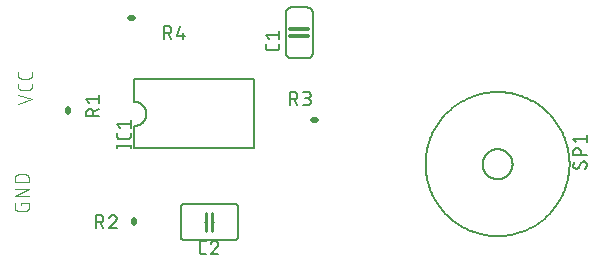
<source format=gto>
G04 EAGLE Gerber RS-274X export*
G75*
%MOMM*%
%FSLAX34Y34*%
%LPD*%
%INSilkscreen Top*%
%IPPOS*%
%AMOC8*
5,1,8,0,0,1.08239X$1,22.5*%
G01*
%ADD10C,0.101600*%
%ADD11C,0.152400*%
%ADD12C,0.304800*%
%ADD13C,0.127000*%
%ADD14C,0.254000*%
%ADD15C,0.508000*%


D10*
X13208Y163228D02*
X24892Y167123D01*
X13208Y171018D01*
X24892Y177871D02*
X24892Y180467D01*
X24892Y177871D02*
X24890Y177772D01*
X24884Y177672D01*
X24875Y177573D01*
X24862Y177475D01*
X24845Y177377D01*
X24824Y177279D01*
X24799Y177183D01*
X24771Y177088D01*
X24739Y176994D01*
X24704Y176901D01*
X24665Y176809D01*
X24622Y176719D01*
X24577Y176631D01*
X24527Y176544D01*
X24475Y176460D01*
X24419Y176377D01*
X24361Y176297D01*
X24299Y176219D01*
X24234Y176144D01*
X24166Y176071D01*
X24096Y176001D01*
X24023Y175933D01*
X23948Y175868D01*
X23870Y175806D01*
X23790Y175748D01*
X23707Y175692D01*
X23623Y175640D01*
X23536Y175590D01*
X23448Y175545D01*
X23358Y175502D01*
X23266Y175463D01*
X23173Y175428D01*
X23079Y175396D01*
X22984Y175368D01*
X22888Y175343D01*
X22790Y175322D01*
X22692Y175305D01*
X22594Y175292D01*
X22495Y175283D01*
X22395Y175277D01*
X22296Y175275D01*
X22296Y175274D02*
X15804Y175274D01*
X15705Y175276D01*
X15605Y175282D01*
X15506Y175291D01*
X15408Y175304D01*
X15310Y175322D01*
X15212Y175342D01*
X15116Y175367D01*
X15020Y175395D01*
X14926Y175427D01*
X14833Y175462D01*
X14742Y175501D01*
X14652Y175544D01*
X14563Y175589D01*
X14477Y175639D01*
X14392Y175691D01*
X14310Y175747D01*
X14230Y175806D01*
X14152Y175867D01*
X14076Y175932D01*
X14003Y176000D01*
X13933Y176070D01*
X13865Y176143D01*
X13800Y176219D01*
X13739Y176297D01*
X13680Y176377D01*
X13624Y176459D01*
X13572Y176544D01*
X13523Y176630D01*
X13477Y176719D01*
X13434Y176809D01*
X13395Y176900D01*
X13360Y176993D01*
X13328Y177087D01*
X13300Y177183D01*
X13275Y177279D01*
X13255Y177377D01*
X13237Y177475D01*
X13224Y177573D01*
X13215Y177672D01*
X13209Y177771D01*
X13207Y177871D01*
X13208Y177871D02*
X13208Y180467D01*
X24892Y187396D02*
X24892Y189992D01*
X24892Y187396D02*
X24890Y187297D01*
X24884Y187197D01*
X24875Y187098D01*
X24862Y187000D01*
X24845Y186902D01*
X24824Y186804D01*
X24799Y186708D01*
X24771Y186613D01*
X24739Y186519D01*
X24704Y186426D01*
X24665Y186334D01*
X24622Y186244D01*
X24577Y186156D01*
X24527Y186069D01*
X24475Y185985D01*
X24419Y185902D01*
X24361Y185822D01*
X24299Y185744D01*
X24234Y185669D01*
X24166Y185596D01*
X24096Y185526D01*
X24023Y185458D01*
X23948Y185393D01*
X23870Y185331D01*
X23790Y185273D01*
X23707Y185217D01*
X23623Y185165D01*
X23536Y185115D01*
X23448Y185070D01*
X23358Y185027D01*
X23266Y184988D01*
X23173Y184953D01*
X23079Y184921D01*
X22984Y184893D01*
X22888Y184868D01*
X22790Y184847D01*
X22692Y184830D01*
X22594Y184817D01*
X22495Y184808D01*
X22395Y184802D01*
X22296Y184800D01*
X22296Y184799D02*
X15804Y184799D01*
X15705Y184801D01*
X15605Y184807D01*
X15506Y184816D01*
X15408Y184829D01*
X15310Y184847D01*
X15212Y184867D01*
X15116Y184892D01*
X15020Y184920D01*
X14926Y184952D01*
X14833Y184987D01*
X14742Y185026D01*
X14652Y185069D01*
X14563Y185114D01*
X14477Y185164D01*
X14392Y185216D01*
X14310Y185272D01*
X14230Y185331D01*
X14152Y185392D01*
X14076Y185457D01*
X14003Y185525D01*
X13933Y185595D01*
X13865Y185668D01*
X13800Y185744D01*
X13739Y185822D01*
X13680Y185902D01*
X13624Y185984D01*
X13572Y186069D01*
X13523Y186155D01*
X13477Y186244D01*
X13434Y186334D01*
X13395Y186425D01*
X13360Y186518D01*
X13328Y186612D01*
X13300Y186708D01*
X13275Y186804D01*
X13255Y186902D01*
X13237Y187000D01*
X13224Y187098D01*
X13215Y187197D01*
X13209Y187296D01*
X13207Y187396D01*
X13208Y187396D02*
X13208Y189992D01*
X15861Y79248D02*
X15861Y77301D01*
X15861Y79248D02*
X22352Y79248D01*
X22352Y75353D01*
X22350Y75254D01*
X22344Y75154D01*
X22335Y75055D01*
X22322Y74957D01*
X22305Y74859D01*
X22284Y74761D01*
X22259Y74665D01*
X22231Y74570D01*
X22199Y74476D01*
X22164Y74383D01*
X22125Y74291D01*
X22082Y74201D01*
X22037Y74113D01*
X21987Y74026D01*
X21935Y73942D01*
X21879Y73859D01*
X21821Y73779D01*
X21759Y73701D01*
X21694Y73626D01*
X21626Y73553D01*
X21556Y73483D01*
X21483Y73415D01*
X21408Y73350D01*
X21330Y73288D01*
X21250Y73230D01*
X21167Y73174D01*
X21083Y73122D01*
X20996Y73072D01*
X20908Y73027D01*
X20818Y72984D01*
X20726Y72945D01*
X20633Y72910D01*
X20539Y72878D01*
X20444Y72850D01*
X20348Y72825D01*
X20250Y72804D01*
X20152Y72787D01*
X20054Y72774D01*
X19955Y72765D01*
X19855Y72759D01*
X19756Y72757D01*
X13264Y72757D01*
X13264Y72756D02*
X13165Y72758D01*
X13065Y72764D01*
X12966Y72773D01*
X12868Y72786D01*
X12770Y72804D01*
X12672Y72824D01*
X12576Y72849D01*
X12480Y72877D01*
X12386Y72909D01*
X12293Y72944D01*
X12202Y72983D01*
X12112Y73026D01*
X12023Y73071D01*
X11937Y73121D01*
X11852Y73173D01*
X11770Y73229D01*
X11690Y73288D01*
X11612Y73349D01*
X11536Y73414D01*
X11463Y73482D01*
X11393Y73552D01*
X11325Y73625D01*
X11260Y73701D01*
X11199Y73779D01*
X11140Y73859D01*
X11084Y73941D01*
X11032Y74026D01*
X10983Y74112D01*
X10937Y74201D01*
X10894Y74291D01*
X10855Y74382D01*
X10820Y74475D01*
X10788Y74569D01*
X10760Y74665D01*
X10735Y74761D01*
X10715Y74859D01*
X10697Y74957D01*
X10684Y75055D01*
X10675Y75154D01*
X10669Y75253D01*
X10667Y75353D01*
X10668Y75353D02*
X10668Y79248D01*
X10668Y84949D02*
X22352Y84949D01*
X22352Y91440D02*
X10668Y84949D01*
X10668Y91440D02*
X22352Y91440D01*
X22352Y97141D02*
X10668Y97141D01*
X10668Y100386D01*
X10670Y100499D01*
X10676Y100612D01*
X10686Y100725D01*
X10700Y100838D01*
X10717Y100950D01*
X10739Y101061D01*
X10764Y101171D01*
X10794Y101281D01*
X10827Y101389D01*
X10864Y101496D01*
X10904Y101602D01*
X10949Y101706D01*
X10997Y101809D01*
X11048Y101910D01*
X11103Y102009D01*
X11161Y102106D01*
X11223Y102201D01*
X11288Y102294D01*
X11356Y102384D01*
X11427Y102472D01*
X11502Y102558D01*
X11579Y102641D01*
X11659Y102721D01*
X11742Y102798D01*
X11828Y102873D01*
X11916Y102944D01*
X12006Y103012D01*
X12099Y103077D01*
X12194Y103139D01*
X12291Y103197D01*
X12390Y103252D01*
X12491Y103303D01*
X12594Y103351D01*
X12698Y103396D01*
X12804Y103436D01*
X12911Y103473D01*
X13019Y103506D01*
X13129Y103536D01*
X13239Y103561D01*
X13350Y103583D01*
X13462Y103600D01*
X13575Y103614D01*
X13688Y103624D01*
X13801Y103630D01*
X13914Y103632D01*
X19106Y103632D01*
X19219Y103630D01*
X19332Y103624D01*
X19445Y103614D01*
X19558Y103600D01*
X19670Y103583D01*
X19781Y103561D01*
X19891Y103536D01*
X20001Y103506D01*
X20109Y103473D01*
X20216Y103436D01*
X20322Y103396D01*
X20426Y103351D01*
X20529Y103303D01*
X20630Y103252D01*
X20729Y103197D01*
X20826Y103139D01*
X20921Y103077D01*
X21014Y103012D01*
X21104Y102944D01*
X21192Y102873D01*
X21278Y102798D01*
X21361Y102721D01*
X21441Y102641D01*
X21518Y102558D01*
X21593Y102472D01*
X21664Y102384D01*
X21732Y102294D01*
X21797Y102201D01*
X21859Y102106D01*
X21917Y102009D01*
X21972Y101910D01*
X22023Y101809D01*
X22071Y101706D01*
X22116Y101602D01*
X22156Y101496D01*
X22193Y101389D01*
X22226Y101281D01*
X22256Y101171D01*
X22281Y101061D01*
X22303Y100950D01*
X22320Y100838D01*
X22334Y100725D01*
X22344Y100612D01*
X22350Y100499D01*
X22352Y100386D01*
X22352Y97141D01*
D11*
X245110Y201930D02*
X257810Y201930D01*
X245110Y201930D02*
X244970Y201932D01*
X244830Y201938D01*
X244690Y201947D01*
X244551Y201961D01*
X244412Y201978D01*
X244274Y201999D01*
X244136Y202024D01*
X243999Y202053D01*
X243863Y202085D01*
X243728Y202122D01*
X243594Y202162D01*
X243461Y202205D01*
X243329Y202253D01*
X243198Y202303D01*
X243069Y202358D01*
X242942Y202416D01*
X242816Y202477D01*
X242692Y202542D01*
X242570Y202611D01*
X242450Y202682D01*
X242332Y202757D01*
X242215Y202835D01*
X242101Y202917D01*
X241990Y203001D01*
X241881Y203089D01*
X241774Y203179D01*
X241669Y203273D01*
X241568Y203369D01*
X241469Y203468D01*
X241373Y203569D01*
X241279Y203674D01*
X241189Y203781D01*
X241101Y203890D01*
X241017Y204001D01*
X240935Y204115D01*
X240857Y204232D01*
X240782Y204350D01*
X240711Y204470D01*
X240642Y204592D01*
X240577Y204716D01*
X240516Y204842D01*
X240458Y204969D01*
X240403Y205098D01*
X240353Y205229D01*
X240305Y205361D01*
X240262Y205494D01*
X240222Y205628D01*
X240185Y205763D01*
X240153Y205899D01*
X240124Y206036D01*
X240099Y206174D01*
X240078Y206312D01*
X240061Y206451D01*
X240047Y206590D01*
X240038Y206730D01*
X240032Y206870D01*
X240030Y207010D01*
X257810Y201930D02*
X257950Y201932D01*
X258090Y201938D01*
X258230Y201947D01*
X258369Y201961D01*
X258508Y201978D01*
X258646Y201999D01*
X258784Y202024D01*
X258921Y202053D01*
X259057Y202085D01*
X259192Y202122D01*
X259326Y202162D01*
X259459Y202205D01*
X259591Y202253D01*
X259722Y202303D01*
X259851Y202358D01*
X259978Y202416D01*
X260104Y202477D01*
X260228Y202542D01*
X260350Y202611D01*
X260470Y202682D01*
X260588Y202757D01*
X260705Y202835D01*
X260819Y202917D01*
X260930Y203001D01*
X261039Y203089D01*
X261146Y203179D01*
X261251Y203273D01*
X261352Y203369D01*
X261451Y203468D01*
X261547Y203569D01*
X261641Y203674D01*
X261731Y203781D01*
X261819Y203890D01*
X261903Y204001D01*
X261985Y204115D01*
X262063Y204232D01*
X262138Y204350D01*
X262209Y204470D01*
X262278Y204592D01*
X262343Y204716D01*
X262404Y204842D01*
X262462Y204969D01*
X262517Y205098D01*
X262567Y205229D01*
X262615Y205361D01*
X262658Y205494D01*
X262698Y205628D01*
X262735Y205763D01*
X262767Y205899D01*
X262796Y206036D01*
X262821Y206174D01*
X262842Y206312D01*
X262859Y206451D01*
X262873Y206590D01*
X262882Y206730D01*
X262888Y206870D01*
X262890Y207010D01*
X240030Y207010D02*
X240030Y240030D01*
X245110Y245110D02*
X257810Y245110D01*
X262890Y240030D02*
X262890Y207010D01*
X240030Y240030D02*
X240032Y240170D01*
X240038Y240310D01*
X240047Y240450D01*
X240061Y240589D01*
X240078Y240728D01*
X240099Y240866D01*
X240124Y241004D01*
X240153Y241141D01*
X240185Y241277D01*
X240222Y241412D01*
X240262Y241546D01*
X240305Y241679D01*
X240353Y241811D01*
X240403Y241942D01*
X240458Y242071D01*
X240516Y242198D01*
X240577Y242324D01*
X240642Y242448D01*
X240711Y242570D01*
X240782Y242690D01*
X240857Y242808D01*
X240935Y242925D01*
X241017Y243039D01*
X241101Y243150D01*
X241189Y243259D01*
X241279Y243366D01*
X241373Y243471D01*
X241469Y243572D01*
X241568Y243671D01*
X241669Y243767D01*
X241774Y243861D01*
X241881Y243951D01*
X241990Y244039D01*
X242101Y244123D01*
X242215Y244205D01*
X242332Y244283D01*
X242450Y244358D01*
X242570Y244429D01*
X242692Y244498D01*
X242816Y244563D01*
X242942Y244624D01*
X243069Y244682D01*
X243198Y244737D01*
X243329Y244787D01*
X243461Y244835D01*
X243594Y244878D01*
X243728Y244918D01*
X243863Y244955D01*
X243999Y244987D01*
X244136Y245016D01*
X244274Y245041D01*
X244412Y245062D01*
X244551Y245079D01*
X244690Y245093D01*
X244830Y245102D01*
X244970Y245108D01*
X245110Y245110D01*
X257810Y245110D02*
X257950Y245108D01*
X258090Y245102D01*
X258230Y245093D01*
X258369Y245079D01*
X258508Y245062D01*
X258646Y245041D01*
X258784Y245016D01*
X258921Y244987D01*
X259057Y244955D01*
X259192Y244918D01*
X259326Y244878D01*
X259459Y244835D01*
X259591Y244787D01*
X259722Y244737D01*
X259851Y244682D01*
X259978Y244624D01*
X260104Y244563D01*
X260228Y244498D01*
X260350Y244429D01*
X260470Y244358D01*
X260588Y244283D01*
X260705Y244205D01*
X260819Y244123D01*
X260930Y244039D01*
X261039Y243951D01*
X261146Y243861D01*
X261251Y243767D01*
X261352Y243671D01*
X261451Y243572D01*
X261547Y243471D01*
X261641Y243366D01*
X261731Y243259D01*
X261819Y243150D01*
X261903Y243039D01*
X261985Y242925D01*
X262063Y242808D01*
X262138Y242690D01*
X262209Y242570D01*
X262278Y242448D01*
X262343Y242324D01*
X262404Y242198D01*
X262462Y242071D01*
X262517Y241942D01*
X262567Y241811D01*
X262615Y241679D01*
X262658Y241546D01*
X262698Y241412D01*
X262735Y241277D01*
X262767Y241141D01*
X262796Y241004D01*
X262821Y240866D01*
X262842Y240728D01*
X262859Y240589D01*
X262873Y240450D01*
X262882Y240310D01*
X262888Y240170D01*
X262890Y240030D01*
D12*
X259080Y220472D02*
X243840Y220472D01*
X243840Y226822D02*
X259080Y226822D01*
D13*
X234315Y213995D02*
X234315Y211455D01*
X234313Y211355D01*
X234307Y211256D01*
X234297Y211156D01*
X234284Y211058D01*
X234266Y210959D01*
X234245Y210862D01*
X234220Y210766D01*
X234191Y210670D01*
X234158Y210576D01*
X234122Y210483D01*
X234082Y210392D01*
X234038Y210302D01*
X233991Y210214D01*
X233941Y210128D01*
X233887Y210044D01*
X233830Y209962D01*
X233770Y209883D01*
X233706Y209805D01*
X233640Y209731D01*
X233571Y209659D01*
X233499Y209590D01*
X233425Y209524D01*
X233347Y209460D01*
X233268Y209400D01*
X233186Y209343D01*
X233102Y209289D01*
X233016Y209239D01*
X232928Y209192D01*
X232838Y209148D01*
X232747Y209108D01*
X232654Y209072D01*
X232560Y209039D01*
X232464Y209010D01*
X232368Y208985D01*
X232271Y208964D01*
X232172Y208946D01*
X232074Y208933D01*
X231974Y208923D01*
X231875Y208917D01*
X231775Y208915D01*
X225425Y208915D01*
X225325Y208917D01*
X225226Y208923D01*
X225126Y208933D01*
X225028Y208946D01*
X224929Y208964D01*
X224832Y208985D01*
X224736Y209010D01*
X224640Y209039D01*
X224546Y209072D01*
X224453Y209108D01*
X224362Y209148D01*
X224272Y209192D01*
X224184Y209239D01*
X224098Y209289D01*
X224014Y209343D01*
X223932Y209400D01*
X223853Y209460D01*
X223775Y209524D01*
X223701Y209590D01*
X223629Y209659D01*
X223560Y209731D01*
X223494Y209805D01*
X223430Y209883D01*
X223370Y209962D01*
X223313Y210044D01*
X223259Y210128D01*
X223209Y210214D01*
X223162Y210302D01*
X223118Y210392D01*
X223078Y210483D01*
X223042Y210576D01*
X223009Y210670D01*
X222980Y210766D01*
X222955Y210862D01*
X222934Y210959D01*
X222916Y211058D01*
X222903Y211156D01*
X222893Y211256D01*
X222887Y211355D01*
X222885Y211455D01*
X222885Y213995D01*
X225425Y218477D02*
X222885Y221652D01*
X234315Y221652D01*
X234315Y218477D02*
X234315Y224827D01*
D11*
X196850Y78740D02*
X153670Y78740D01*
X153670Y48260D02*
X196850Y48260D01*
X199390Y50800D02*
X199390Y76200D01*
X151130Y76200D02*
X151130Y50800D01*
X196850Y78740D02*
X196950Y78738D01*
X197049Y78732D01*
X197149Y78722D01*
X197247Y78709D01*
X197346Y78691D01*
X197443Y78670D01*
X197539Y78645D01*
X197635Y78616D01*
X197729Y78583D01*
X197822Y78547D01*
X197913Y78507D01*
X198003Y78463D01*
X198091Y78416D01*
X198177Y78366D01*
X198261Y78312D01*
X198343Y78255D01*
X198422Y78195D01*
X198500Y78131D01*
X198574Y78065D01*
X198646Y77996D01*
X198715Y77924D01*
X198781Y77850D01*
X198845Y77772D01*
X198905Y77693D01*
X198962Y77611D01*
X199016Y77527D01*
X199066Y77441D01*
X199113Y77353D01*
X199157Y77263D01*
X199197Y77172D01*
X199233Y77079D01*
X199266Y76985D01*
X199295Y76889D01*
X199320Y76793D01*
X199341Y76696D01*
X199359Y76597D01*
X199372Y76499D01*
X199382Y76399D01*
X199388Y76300D01*
X199390Y76200D01*
X153670Y78740D02*
X153570Y78738D01*
X153471Y78732D01*
X153371Y78722D01*
X153273Y78709D01*
X153174Y78691D01*
X153077Y78670D01*
X152981Y78645D01*
X152885Y78616D01*
X152791Y78583D01*
X152698Y78547D01*
X152607Y78507D01*
X152517Y78463D01*
X152429Y78416D01*
X152343Y78366D01*
X152259Y78312D01*
X152177Y78255D01*
X152098Y78195D01*
X152020Y78131D01*
X151946Y78065D01*
X151874Y77996D01*
X151805Y77924D01*
X151739Y77850D01*
X151675Y77772D01*
X151615Y77693D01*
X151558Y77611D01*
X151504Y77527D01*
X151454Y77441D01*
X151407Y77353D01*
X151363Y77263D01*
X151323Y77172D01*
X151287Y77079D01*
X151254Y76985D01*
X151225Y76889D01*
X151200Y76793D01*
X151179Y76696D01*
X151161Y76597D01*
X151148Y76499D01*
X151138Y76399D01*
X151132Y76300D01*
X151130Y76200D01*
X196850Y48260D02*
X196950Y48262D01*
X197049Y48268D01*
X197149Y48278D01*
X197247Y48291D01*
X197346Y48309D01*
X197443Y48330D01*
X197539Y48355D01*
X197635Y48384D01*
X197729Y48417D01*
X197822Y48453D01*
X197913Y48493D01*
X198003Y48537D01*
X198091Y48584D01*
X198177Y48634D01*
X198261Y48688D01*
X198343Y48745D01*
X198422Y48805D01*
X198500Y48869D01*
X198574Y48935D01*
X198646Y49004D01*
X198715Y49076D01*
X198781Y49150D01*
X198845Y49228D01*
X198905Y49307D01*
X198962Y49389D01*
X199016Y49473D01*
X199066Y49559D01*
X199113Y49647D01*
X199157Y49737D01*
X199197Y49828D01*
X199233Y49921D01*
X199266Y50015D01*
X199295Y50111D01*
X199320Y50207D01*
X199341Y50304D01*
X199359Y50403D01*
X199372Y50501D01*
X199382Y50601D01*
X199388Y50700D01*
X199390Y50800D01*
X153670Y48260D02*
X153570Y48262D01*
X153471Y48268D01*
X153371Y48278D01*
X153273Y48291D01*
X153174Y48309D01*
X153077Y48330D01*
X152981Y48355D01*
X152885Y48384D01*
X152791Y48417D01*
X152698Y48453D01*
X152607Y48493D01*
X152517Y48537D01*
X152429Y48584D01*
X152343Y48634D01*
X152259Y48688D01*
X152177Y48745D01*
X152098Y48805D01*
X152020Y48869D01*
X151946Y48935D01*
X151874Y49004D01*
X151805Y49076D01*
X151739Y49150D01*
X151675Y49228D01*
X151615Y49307D01*
X151558Y49389D01*
X151504Y49473D01*
X151454Y49559D01*
X151407Y49647D01*
X151363Y49737D01*
X151323Y49828D01*
X151287Y49921D01*
X151254Y50015D01*
X151225Y50111D01*
X151200Y50207D01*
X151179Y50304D01*
X151161Y50403D01*
X151148Y50501D01*
X151138Y50601D01*
X151132Y50700D01*
X151130Y50800D01*
X177800Y63500D02*
X179070Y63500D01*
D14*
X177800Y63500D02*
X177800Y71120D01*
X177800Y63500D02*
X177800Y55880D01*
X172720Y63500D02*
X172720Y71120D01*
X172720Y63500D02*
X172720Y55880D01*
D11*
X172720Y63500D02*
X171450Y63500D01*
D13*
X172085Y36195D02*
X169545Y36195D01*
X169445Y36197D01*
X169346Y36203D01*
X169246Y36213D01*
X169148Y36226D01*
X169049Y36244D01*
X168952Y36265D01*
X168856Y36290D01*
X168760Y36319D01*
X168666Y36352D01*
X168573Y36388D01*
X168482Y36428D01*
X168392Y36472D01*
X168304Y36519D01*
X168218Y36569D01*
X168134Y36623D01*
X168052Y36680D01*
X167973Y36740D01*
X167895Y36804D01*
X167821Y36870D01*
X167749Y36939D01*
X167680Y37011D01*
X167614Y37085D01*
X167550Y37163D01*
X167490Y37242D01*
X167433Y37324D01*
X167379Y37408D01*
X167329Y37494D01*
X167282Y37582D01*
X167238Y37672D01*
X167198Y37763D01*
X167162Y37856D01*
X167129Y37950D01*
X167100Y38046D01*
X167075Y38142D01*
X167054Y38239D01*
X167036Y38338D01*
X167023Y38436D01*
X167013Y38536D01*
X167007Y38635D01*
X167005Y38735D01*
X167005Y45085D01*
X167007Y45185D01*
X167013Y45284D01*
X167023Y45384D01*
X167036Y45482D01*
X167054Y45581D01*
X167075Y45678D01*
X167100Y45774D01*
X167129Y45870D01*
X167162Y45964D01*
X167198Y46057D01*
X167238Y46148D01*
X167282Y46238D01*
X167329Y46326D01*
X167379Y46412D01*
X167433Y46496D01*
X167490Y46578D01*
X167550Y46657D01*
X167614Y46735D01*
X167680Y46809D01*
X167749Y46881D01*
X167821Y46950D01*
X167895Y47016D01*
X167973Y47080D01*
X168052Y47140D01*
X168134Y47197D01*
X168218Y47251D01*
X168304Y47301D01*
X168392Y47348D01*
X168482Y47392D01*
X168573Y47432D01*
X168666Y47468D01*
X168760Y47501D01*
X168856Y47530D01*
X168952Y47555D01*
X169049Y47576D01*
X169148Y47594D01*
X169246Y47607D01*
X169346Y47617D01*
X169445Y47623D01*
X169545Y47625D01*
X172085Y47625D01*
X180060Y47626D02*
X180164Y47624D01*
X180269Y47618D01*
X180373Y47609D01*
X180476Y47596D01*
X180579Y47578D01*
X180681Y47558D01*
X180783Y47533D01*
X180883Y47505D01*
X180983Y47473D01*
X181081Y47437D01*
X181178Y47398D01*
X181273Y47356D01*
X181367Y47310D01*
X181459Y47260D01*
X181549Y47208D01*
X181637Y47152D01*
X181723Y47092D01*
X181807Y47030D01*
X181888Y46965D01*
X181967Y46897D01*
X182044Y46825D01*
X182117Y46752D01*
X182189Y46675D01*
X182257Y46596D01*
X182322Y46515D01*
X182384Y46431D01*
X182444Y46345D01*
X182500Y46257D01*
X182552Y46167D01*
X182602Y46075D01*
X182648Y45981D01*
X182690Y45886D01*
X182729Y45789D01*
X182765Y45691D01*
X182797Y45591D01*
X182825Y45491D01*
X182850Y45389D01*
X182870Y45287D01*
X182888Y45184D01*
X182901Y45081D01*
X182910Y44977D01*
X182916Y44872D01*
X182918Y44768D01*
X180060Y47625D02*
X179942Y47623D01*
X179823Y47617D01*
X179705Y47608D01*
X179588Y47595D01*
X179471Y47577D01*
X179354Y47557D01*
X179238Y47532D01*
X179123Y47504D01*
X179010Y47471D01*
X178897Y47436D01*
X178785Y47396D01*
X178675Y47354D01*
X178566Y47307D01*
X178458Y47257D01*
X178353Y47204D01*
X178249Y47147D01*
X178147Y47087D01*
X178047Y47024D01*
X177949Y46957D01*
X177853Y46888D01*
X177760Y46815D01*
X177669Y46739D01*
X177580Y46661D01*
X177494Y46579D01*
X177411Y46495D01*
X177330Y46409D01*
X177253Y46319D01*
X177178Y46228D01*
X177106Y46134D01*
X177037Y46037D01*
X176972Y45939D01*
X176909Y45838D01*
X176850Y45735D01*
X176794Y45631D01*
X176742Y45525D01*
X176693Y45417D01*
X176648Y45308D01*
X176606Y45197D01*
X176568Y45085D01*
X181965Y42546D02*
X182041Y42621D01*
X182116Y42700D01*
X182187Y42781D01*
X182256Y42865D01*
X182321Y42951D01*
X182383Y43039D01*
X182443Y43129D01*
X182499Y43221D01*
X182552Y43316D01*
X182601Y43412D01*
X182647Y43510D01*
X182690Y43609D01*
X182729Y43710D01*
X182764Y43812D01*
X182796Y43915D01*
X182824Y44019D01*
X182849Y44124D01*
X182870Y44231D01*
X182887Y44337D01*
X182900Y44444D01*
X182909Y44552D01*
X182915Y44660D01*
X182917Y44768D01*
X181965Y42545D02*
X176567Y36195D01*
X182917Y36195D01*
D11*
X213360Y184150D02*
X111760Y184150D01*
X111760Y125730D02*
X213360Y125730D01*
X213360Y184150D01*
X111760Y184150D02*
X111760Y165100D01*
X111760Y144780D02*
X111760Y125730D01*
X111760Y144780D02*
X112007Y144783D01*
X112255Y144792D01*
X112502Y144807D01*
X112748Y144828D01*
X112994Y144855D01*
X113239Y144888D01*
X113484Y144927D01*
X113727Y144972D01*
X113969Y145023D01*
X114210Y145080D01*
X114449Y145142D01*
X114687Y145211D01*
X114923Y145285D01*
X115157Y145365D01*
X115389Y145450D01*
X115619Y145542D01*
X115847Y145638D01*
X116072Y145741D01*
X116295Y145848D01*
X116515Y145962D01*
X116732Y146080D01*
X116947Y146204D01*
X117158Y146333D01*
X117366Y146467D01*
X117571Y146606D01*
X117772Y146750D01*
X117970Y146898D01*
X118164Y147052D01*
X118354Y147210D01*
X118540Y147373D01*
X118722Y147540D01*
X118900Y147712D01*
X119074Y147888D01*
X119244Y148068D01*
X119409Y148253D01*
X119569Y148441D01*
X119725Y148633D01*
X119877Y148829D01*
X120023Y149028D01*
X120165Y149231D01*
X120301Y149438D01*
X120433Y149647D01*
X120559Y149860D01*
X120680Y150076D01*
X120796Y150294D01*
X120906Y150516D01*
X121011Y150740D01*
X121111Y150966D01*
X121205Y151195D01*
X121293Y151426D01*
X121376Y151660D01*
X121453Y151895D01*
X121524Y152132D01*
X121590Y152370D01*
X121649Y152610D01*
X121703Y152852D01*
X121751Y153095D01*
X121793Y153338D01*
X121829Y153583D01*
X121859Y153829D01*
X121883Y154075D01*
X121901Y154322D01*
X121913Y154569D01*
X121919Y154816D01*
X121919Y155064D01*
X121913Y155311D01*
X121901Y155558D01*
X121883Y155805D01*
X121859Y156051D01*
X121829Y156297D01*
X121793Y156542D01*
X121751Y156785D01*
X121703Y157028D01*
X121649Y157270D01*
X121590Y157510D01*
X121524Y157748D01*
X121453Y157985D01*
X121376Y158220D01*
X121293Y158454D01*
X121205Y158685D01*
X121111Y158914D01*
X121011Y159140D01*
X120906Y159364D01*
X120796Y159586D01*
X120680Y159804D01*
X120559Y160020D01*
X120433Y160233D01*
X120301Y160442D01*
X120165Y160649D01*
X120023Y160852D01*
X119877Y161051D01*
X119725Y161247D01*
X119569Y161439D01*
X119409Y161627D01*
X119244Y161812D01*
X119074Y161992D01*
X118900Y162168D01*
X118722Y162340D01*
X118540Y162507D01*
X118354Y162670D01*
X118164Y162828D01*
X117970Y162982D01*
X117772Y163130D01*
X117571Y163274D01*
X117366Y163413D01*
X117158Y163547D01*
X116947Y163676D01*
X116732Y163800D01*
X116515Y163918D01*
X116295Y164032D01*
X116072Y164139D01*
X115847Y164242D01*
X115619Y164338D01*
X115389Y164430D01*
X115157Y164515D01*
X114923Y164595D01*
X114687Y164669D01*
X114449Y164738D01*
X114210Y164800D01*
X113969Y164857D01*
X113727Y164908D01*
X113484Y164953D01*
X113239Y164992D01*
X112994Y165025D01*
X112748Y165052D01*
X112502Y165073D01*
X112255Y165088D01*
X112007Y165097D01*
X111760Y165100D01*
D13*
X108585Y127635D02*
X97155Y127635D01*
X108585Y126365D02*
X108585Y128905D01*
X97155Y128905D02*
X97155Y126365D01*
X108585Y136107D02*
X108585Y138647D01*
X108585Y136107D02*
X108583Y136007D01*
X108577Y135908D01*
X108567Y135808D01*
X108554Y135710D01*
X108536Y135611D01*
X108515Y135514D01*
X108490Y135418D01*
X108461Y135322D01*
X108428Y135228D01*
X108392Y135135D01*
X108352Y135044D01*
X108308Y134954D01*
X108261Y134866D01*
X108211Y134780D01*
X108157Y134696D01*
X108100Y134614D01*
X108040Y134535D01*
X107976Y134457D01*
X107910Y134383D01*
X107841Y134311D01*
X107769Y134242D01*
X107695Y134176D01*
X107617Y134112D01*
X107538Y134052D01*
X107456Y133995D01*
X107372Y133941D01*
X107286Y133891D01*
X107198Y133844D01*
X107108Y133800D01*
X107017Y133760D01*
X106924Y133724D01*
X106830Y133691D01*
X106734Y133662D01*
X106638Y133637D01*
X106541Y133616D01*
X106442Y133598D01*
X106344Y133585D01*
X106244Y133575D01*
X106145Y133569D01*
X106045Y133567D01*
X99695Y133567D01*
X99595Y133569D01*
X99496Y133575D01*
X99396Y133585D01*
X99298Y133598D01*
X99199Y133616D01*
X99102Y133637D01*
X99006Y133662D01*
X98910Y133691D01*
X98816Y133724D01*
X98723Y133760D01*
X98632Y133800D01*
X98542Y133844D01*
X98454Y133891D01*
X98368Y133941D01*
X98284Y133995D01*
X98202Y134052D01*
X98123Y134112D01*
X98045Y134176D01*
X97971Y134242D01*
X97899Y134311D01*
X97830Y134383D01*
X97764Y134457D01*
X97700Y134535D01*
X97640Y134614D01*
X97583Y134696D01*
X97529Y134780D01*
X97479Y134866D01*
X97432Y134954D01*
X97388Y135044D01*
X97348Y135135D01*
X97312Y135228D01*
X97279Y135322D01*
X97250Y135418D01*
X97225Y135514D01*
X97204Y135611D01*
X97186Y135710D01*
X97173Y135808D01*
X97163Y135908D01*
X97157Y136007D01*
X97155Y136107D01*
X97155Y138647D01*
X99695Y143129D02*
X97155Y146304D01*
X108585Y146304D01*
X108585Y143129D02*
X108585Y149479D01*
D15*
X55880Y156210D02*
X55880Y158750D01*
D11*
X70866Y152887D02*
X82042Y152887D01*
X70866Y152887D02*
X70866Y155992D01*
X70868Y156103D01*
X70874Y156213D01*
X70884Y156324D01*
X70898Y156434D01*
X70915Y156543D01*
X70937Y156652D01*
X70962Y156760D01*
X70992Y156866D01*
X71025Y156972D01*
X71062Y157077D01*
X71102Y157180D01*
X71147Y157281D01*
X71194Y157381D01*
X71246Y157480D01*
X71301Y157576D01*
X71359Y157670D01*
X71420Y157762D01*
X71485Y157852D01*
X71553Y157940D01*
X71624Y158025D01*
X71698Y158107D01*
X71775Y158187D01*
X71855Y158264D01*
X71937Y158338D01*
X72022Y158409D01*
X72110Y158477D01*
X72200Y158542D01*
X72292Y158603D01*
X72386Y158661D01*
X72482Y158716D01*
X72581Y158768D01*
X72681Y158815D01*
X72782Y158860D01*
X72885Y158900D01*
X72990Y158937D01*
X73096Y158970D01*
X73202Y159000D01*
X73310Y159025D01*
X73419Y159047D01*
X73528Y159064D01*
X73638Y159078D01*
X73749Y159088D01*
X73859Y159094D01*
X73970Y159096D01*
X74081Y159094D01*
X74191Y159088D01*
X74302Y159078D01*
X74412Y159064D01*
X74521Y159047D01*
X74630Y159025D01*
X74738Y159000D01*
X74844Y158970D01*
X74950Y158937D01*
X75055Y158900D01*
X75158Y158860D01*
X75259Y158815D01*
X75359Y158768D01*
X75458Y158716D01*
X75554Y158661D01*
X75648Y158603D01*
X75740Y158542D01*
X75830Y158477D01*
X75918Y158409D01*
X76003Y158338D01*
X76085Y158264D01*
X76165Y158187D01*
X76242Y158107D01*
X76316Y158025D01*
X76387Y157940D01*
X76455Y157852D01*
X76520Y157762D01*
X76581Y157670D01*
X76639Y157576D01*
X76694Y157480D01*
X76746Y157381D01*
X76793Y157281D01*
X76838Y157180D01*
X76878Y157077D01*
X76915Y156972D01*
X76948Y156866D01*
X76978Y156760D01*
X77003Y156652D01*
X77025Y156543D01*
X77042Y156434D01*
X77056Y156324D01*
X77066Y156213D01*
X77072Y156103D01*
X77074Y155992D01*
X77075Y155992D02*
X77075Y152887D01*
X77075Y156612D02*
X82042Y159096D01*
X73350Y164225D02*
X70866Y167330D01*
X82042Y167330D01*
X82042Y170434D02*
X82042Y164225D01*
D15*
X111760Y64770D02*
X111760Y62230D01*
D11*
X79227Y58166D02*
X79227Y69342D01*
X82332Y69342D01*
X82443Y69340D01*
X82553Y69334D01*
X82664Y69324D01*
X82774Y69310D01*
X82883Y69293D01*
X82992Y69271D01*
X83100Y69246D01*
X83206Y69216D01*
X83312Y69183D01*
X83417Y69146D01*
X83520Y69106D01*
X83621Y69061D01*
X83721Y69014D01*
X83820Y68962D01*
X83916Y68907D01*
X84010Y68849D01*
X84102Y68788D01*
X84192Y68723D01*
X84280Y68655D01*
X84365Y68584D01*
X84447Y68510D01*
X84527Y68433D01*
X84604Y68353D01*
X84678Y68271D01*
X84749Y68186D01*
X84817Y68098D01*
X84882Y68008D01*
X84943Y67916D01*
X85001Y67822D01*
X85056Y67726D01*
X85108Y67627D01*
X85155Y67527D01*
X85200Y67426D01*
X85240Y67323D01*
X85277Y67218D01*
X85310Y67112D01*
X85340Y67006D01*
X85365Y66898D01*
X85387Y66789D01*
X85404Y66680D01*
X85418Y66570D01*
X85428Y66459D01*
X85434Y66349D01*
X85436Y66238D01*
X85434Y66127D01*
X85428Y66017D01*
X85418Y65906D01*
X85404Y65796D01*
X85387Y65687D01*
X85365Y65578D01*
X85340Y65470D01*
X85310Y65364D01*
X85277Y65258D01*
X85240Y65153D01*
X85200Y65050D01*
X85155Y64949D01*
X85108Y64849D01*
X85056Y64750D01*
X85001Y64654D01*
X84943Y64560D01*
X84882Y64468D01*
X84817Y64378D01*
X84749Y64290D01*
X84678Y64205D01*
X84604Y64123D01*
X84527Y64043D01*
X84447Y63966D01*
X84365Y63892D01*
X84280Y63821D01*
X84192Y63753D01*
X84102Y63688D01*
X84010Y63627D01*
X83916Y63569D01*
X83820Y63514D01*
X83721Y63462D01*
X83621Y63415D01*
X83520Y63370D01*
X83417Y63330D01*
X83312Y63293D01*
X83206Y63260D01*
X83100Y63230D01*
X82992Y63205D01*
X82883Y63183D01*
X82774Y63166D01*
X82664Y63152D01*
X82553Y63142D01*
X82443Y63136D01*
X82332Y63134D01*
X82332Y63133D02*
X79227Y63133D01*
X82952Y63133D02*
X85436Y58166D01*
X93980Y69342D02*
X94084Y69340D01*
X94189Y69334D01*
X94293Y69324D01*
X94396Y69311D01*
X94499Y69293D01*
X94602Y69272D01*
X94703Y69247D01*
X94804Y69218D01*
X94903Y69185D01*
X95001Y69149D01*
X95097Y69109D01*
X95192Y69065D01*
X95286Y69018D01*
X95377Y68968D01*
X95466Y68914D01*
X95554Y68857D01*
X95639Y68796D01*
X95722Y68732D01*
X95802Y68666D01*
X95880Y68596D01*
X95956Y68524D01*
X96028Y68448D01*
X96098Y68370D01*
X96164Y68290D01*
X96228Y68207D01*
X96289Y68122D01*
X96346Y68034D01*
X96400Y67945D01*
X96450Y67854D01*
X96497Y67760D01*
X96541Y67665D01*
X96581Y67569D01*
X96617Y67471D01*
X96650Y67372D01*
X96679Y67271D01*
X96704Y67170D01*
X96725Y67067D01*
X96743Y66964D01*
X96756Y66861D01*
X96766Y66757D01*
X96772Y66652D01*
X96774Y66548D01*
X93980Y69343D02*
X93861Y69341D01*
X93743Y69335D01*
X93624Y69325D01*
X93506Y69312D01*
X93389Y69294D01*
X93272Y69272D01*
X93156Y69247D01*
X93041Y69218D01*
X92926Y69185D01*
X92813Y69148D01*
X92702Y69108D01*
X92591Y69064D01*
X92483Y69016D01*
X92376Y68965D01*
X92270Y68910D01*
X92167Y68851D01*
X92065Y68790D01*
X91966Y68725D01*
X91868Y68656D01*
X91774Y68585D01*
X91681Y68510D01*
X91591Y68433D01*
X91504Y68352D01*
X91419Y68269D01*
X91337Y68183D01*
X91258Y68094D01*
X91182Y68003D01*
X91109Y67909D01*
X91040Y67813D01*
X90973Y67714D01*
X90910Y67614D01*
X90850Y67511D01*
X90793Y67407D01*
X90741Y67300D01*
X90691Y67192D01*
X90645Y67083D01*
X90603Y66971D01*
X90565Y66859D01*
X95843Y64375D02*
X95918Y64449D01*
X95990Y64526D01*
X96060Y64605D01*
X96127Y64687D01*
X96191Y64771D01*
X96252Y64857D01*
X96310Y64945D01*
X96365Y65036D01*
X96417Y65128D01*
X96465Y65222D01*
X96510Y65317D01*
X96552Y65415D01*
X96590Y65513D01*
X96625Y65613D01*
X96656Y65714D01*
X96683Y65816D01*
X96707Y65919D01*
X96728Y66022D01*
X96744Y66127D01*
X96757Y66232D01*
X96767Y66337D01*
X96772Y66442D01*
X96774Y66548D01*
X95843Y64375D02*
X90565Y58166D01*
X96774Y58166D01*
D15*
X262890Y149860D02*
X265430Y149860D01*
D11*
X243586Y162306D02*
X243586Y173482D01*
X246690Y173482D01*
X246801Y173480D01*
X246911Y173474D01*
X247022Y173464D01*
X247132Y173450D01*
X247241Y173433D01*
X247350Y173411D01*
X247458Y173386D01*
X247564Y173356D01*
X247670Y173323D01*
X247775Y173286D01*
X247878Y173246D01*
X247979Y173201D01*
X248079Y173154D01*
X248178Y173102D01*
X248274Y173047D01*
X248368Y172989D01*
X248460Y172928D01*
X248550Y172863D01*
X248638Y172795D01*
X248723Y172724D01*
X248805Y172650D01*
X248885Y172573D01*
X248962Y172493D01*
X249036Y172411D01*
X249107Y172326D01*
X249175Y172238D01*
X249240Y172148D01*
X249301Y172056D01*
X249359Y171962D01*
X249414Y171866D01*
X249466Y171767D01*
X249513Y171667D01*
X249558Y171566D01*
X249598Y171463D01*
X249635Y171358D01*
X249668Y171252D01*
X249698Y171146D01*
X249723Y171038D01*
X249745Y170929D01*
X249762Y170820D01*
X249776Y170710D01*
X249786Y170599D01*
X249792Y170489D01*
X249794Y170378D01*
X249792Y170267D01*
X249786Y170157D01*
X249776Y170046D01*
X249762Y169936D01*
X249745Y169827D01*
X249723Y169718D01*
X249698Y169610D01*
X249668Y169504D01*
X249635Y169398D01*
X249598Y169293D01*
X249558Y169190D01*
X249513Y169089D01*
X249466Y168989D01*
X249414Y168890D01*
X249359Y168794D01*
X249301Y168700D01*
X249240Y168608D01*
X249175Y168518D01*
X249107Y168430D01*
X249036Y168345D01*
X248962Y168263D01*
X248885Y168183D01*
X248805Y168106D01*
X248723Y168032D01*
X248638Y167961D01*
X248550Y167893D01*
X248460Y167828D01*
X248368Y167767D01*
X248274Y167709D01*
X248178Y167654D01*
X248079Y167602D01*
X247979Y167555D01*
X247878Y167510D01*
X247775Y167470D01*
X247670Y167433D01*
X247564Y167400D01*
X247458Y167370D01*
X247350Y167345D01*
X247241Y167323D01*
X247132Y167306D01*
X247022Y167292D01*
X246911Y167282D01*
X246801Y167276D01*
X246690Y167274D01*
X246690Y167273D02*
X243586Y167273D01*
X247311Y167273D02*
X249795Y162306D01*
X254924Y162306D02*
X258028Y162306D01*
X258139Y162308D01*
X258249Y162314D01*
X258360Y162324D01*
X258470Y162338D01*
X258579Y162355D01*
X258688Y162377D01*
X258796Y162402D01*
X258902Y162432D01*
X259008Y162465D01*
X259113Y162502D01*
X259216Y162542D01*
X259317Y162587D01*
X259417Y162634D01*
X259516Y162686D01*
X259612Y162741D01*
X259706Y162799D01*
X259798Y162860D01*
X259888Y162925D01*
X259976Y162993D01*
X260061Y163064D01*
X260143Y163138D01*
X260223Y163215D01*
X260300Y163295D01*
X260374Y163377D01*
X260445Y163462D01*
X260513Y163550D01*
X260578Y163640D01*
X260639Y163732D01*
X260697Y163826D01*
X260752Y163922D01*
X260804Y164021D01*
X260851Y164121D01*
X260896Y164222D01*
X260936Y164325D01*
X260973Y164430D01*
X261006Y164536D01*
X261036Y164642D01*
X261061Y164750D01*
X261083Y164859D01*
X261100Y164968D01*
X261114Y165078D01*
X261124Y165189D01*
X261130Y165299D01*
X261132Y165410D01*
X261130Y165521D01*
X261124Y165631D01*
X261114Y165742D01*
X261100Y165852D01*
X261083Y165961D01*
X261061Y166070D01*
X261036Y166178D01*
X261006Y166284D01*
X260973Y166390D01*
X260936Y166495D01*
X260896Y166598D01*
X260851Y166699D01*
X260804Y166799D01*
X260752Y166898D01*
X260697Y166994D01*
X260639Y167088D01*
X260578Y167180D01*
X260513Y167270D01*
X260445Y167358D01*
X260374Y167443D01*
X260300Y167525D01*
X260223Y167605D01*
X260143Y167682D01*
X260061Y167756D01*
X259976Y167827D01*
X259888Y167895D01*
X259798Y167960D01*
X259706Y168021D01*
X259612Y168079D01*
X259516Y168134D01*
X259417Y168186D01*
X259317Y168233D01*
X259216Y168278D01*
X259113Y168318D01*
X259008Y168355D01*
X258902Y168388D01*
X258796Y168418D01*
X258688Y168443D01*
X258579Y168465D01*
X258470Y168482D01*
X258360Y168496D01*
X258249Y168506D01*
X258139Y168512D01*
X258028Y168514D01*
X258649Y173482D02*
X254924Y173482D01*
X258649Y173482D02*
X258748Y173480D01*
X258846Y173474D01*
X258945Y173464D01*
X259042Y173451D01*
X259140Y173433D01*
X259236Y173412D01*
X259332Y173386D01*
X259426Y173357D01*
X259519Y173325D01*
X259611Y173288D01*
X259701Y173248D01*
X259790Y173204D01*
X259877Y173157D01*
X259962Y173107D01*
X260044Y173053D01*
X260125Y172996D01*
X260203Y172936D01*
X260279Y172872D01*
X260352Y172806D01*
X260423Y172737D01*
X260491Y172665D01*
X260555Y172590D01*
X260617Y172513D01*
X260676Y172434D01*
X260731Y172352D01*
X260784Y172268D01*
X260832Y172183D01*
X260878Y172095D01*
X260920Y172005D01*
X260958Y171914D01*
X260992Y171822D01*
X261023Y171728D01*
X261050Y171633D01*
X261074Y171537D01*
X261093Y171440D01*
X261109Y171343D01*
X261121Y171245D01*
X261129Y171146D01*
X261133Y171047D01*
X261133Y170949D01*
X261129Y170850D01*
X261121Y170751D01*
X261109Y170653D01*
X261093Y170556D01*
X261074Y170459D01*
X261050Y170363D01*
X261023Y170268D01*
X260992Y170174D01*
X260958Y170082D01*
X260920Y169991D01*
X260878Y169901D01*
X260832Y169813D01*
X260784Y169728D01*
X260731Y169644D01*
X260676Y169562D01*
X260617Y169483D01*
X260555Y169406D01*
X260491Y169331D01*
X260423Y169259D01*
X260352Y169190D01*
X260279Y169124D01*
X260203Y169060D01*
X260125Y169000D01*
X260044Y168943D01*
X259962Y168889D01*
X259877Y168839D01*
X259790Y168792D01*
X259701Y168748D01*
X259611Y168708D01*
X259519Y168671D01*
X259426Y168639D01*
X259332Y168610D01*
X259236Y168584D01*
X259140Y168563D01*
X259042Y168545D01*
X258945Y168532D01*
X258846Y168522D01*
X258748Y168516D01*
X258649Y168514D01*
X258649Y168515D02*
X256166Y168515D01*
D15*
X110490Y236220D02*
X107950Y236220D01*
D11*
X136906Y229362D02*
X136906Y218186D01*
X136906Y229362D02*
X140010Y229362D01*
X140121Y229360D01*
X140231Y229354D01*
X140342Y229344D01*
X140452Y229330D01*
X140561Y229313D01*
X140670Y229291D01*
X140778Y229266D01*
X140884Y229236D01*
X140990Y229203D01*
X141095Y229166D01*
X141198Y229126D01*
X141299Y229081D01*
X141399Y229034D01*
X141498Y228982D01*
X141594Y228927D01*
X141688Y228869D01*
X141780Y228808D01*
X141870Y228743D01*
X141958Y228675D01*
X142043Y228604D01*
X142125Y228530D01*
X142205Y228453D01*
X142282Y228373D01*
X142356Y228291D01*
X142427Y228206D01*
X142495Y228118D01*
X142560Y228028D01*
X142621Y227936D01*
X142679Y227842D01*
X142734Y227746D01*
X142786Y227647D01*
X142833Y227547D01*
X142878Y227446D01*
X142918Y227343D01*
X142955Y227238D01*
X142988Y227132D01*
X143018Y227026D01*
X143043Y226918D01*
X143065Y226809D01*
X143082Y226700D01*
X143096Y226590D01*
X143106Y226479D01*
X143112Y226369D01*
X143114Y226258D01*
X143112Y226147D01*
X143106Y226037D01*
X143096Y225926D01*
X143082Y225816D01*
X143065Y225707D01*
X143043Y225598D01*
X143018Y225490D01*
X142988Y225384D01*
X142955Y225278D01*
X142918Y225173D01*
X142878Y225070D01*
X142833Y224969D01*
X142786Y224869D01*
X142734Y224770D01*
X142679Y224674D01*
X142621Y224580D01*
X142560Y224488D01*
X142495Y224398D01*
X142427Y224310D01*
X142356Y224225D01*
X142282Y224143D01*
X142205Y224063D01*
X142125Y223986D01*
X142043Y223912D01*
X141958Y223841D01*
X141870Y223773D01*
X141780Y223708D01*
X141688Y223647D01*
X141594Y223589D01*
X141498Y223534D01*
X141399Y223482D01*
X141299Y223435D01*
X141198Y223390D01*
X141095Y223350D01*
X140990Y223313D01*
X140884Y223280D01*
X140778Y223250D01*
X140670Y223225D01*
X140561Y223203D01*
X140452Y223186D01*
X140342Y223172D01*
X140231Y223162D01*
X140121Y223156D01*
X140010Y223154D01*
X140010Y223153D02*
X136906Y223153D01*
X140631Y223153D02*
X143115Y218186D01*
X148244Y220670D02*
X150728Y229362D01*
X148244Y220670D02*
X154453Y220670D01*
X152590Y223153D02*
X152590Y218186D01*
X358326Y112338D02*
X358344Y113834D01*
X358399Y115329D01*
X358491Y116822D01*
X358620Y118313D01*
X358784Y119800D01*
X358986Y121283D01*
X359223Y122760D01*
X359497Y124231D01*
X359807Y125694D01*
X360153Y127150D01*
X360534Y128597D01*
X360951Y130034D01*
X361403Y131460D01*
X361889Y132875D01*
X362411Y134277D01*
X362966Y135666D01*
X363556Y137042D01*
X364179Y138402D01*
X364835Y139746D01*
X365524Y141074D01*
X366245Y142385D01*
X366999Y143678D01*
X367784Y144951D01*
X368600Y146206D01*
X369446Y147439D01*
X370322Y148652D01*
X371228Y149843D01*
X372163Y151011D01*
X373127Y152155D01*
X374118Y153276D01*
X375136Y154372D01*
X376181Y155443D01*
X377252Y156488D01*
X378348Y157506D01*
X379469Y158497D01*
X380613Y159461D01*
X381781Y160396D01*
X382972Y161302D01*
X384185Y162178D01*
X385418Y163024D01*
X386673Y163840D01*
X387946Y164625D01*
X389239Y165379D01*
X390550Y166100D01*
X391878Y166789D01*
X393222Y167445D01*
X394582Y168068D01*
X395958Y168658D01*
X397347Y169213D01*
X398749Y169735D01*
X400164Y170221D01*
X401590Y170673D01*
X403027Y171090D01*
X404474Y171471D01*
X405930Y171817D01*
X407393Y172127D01*
X408864Y172401D01*
X410341Y172638D01*
X411824Y172840D01*
X413311Y173004D01*
X414802Y173133D01*
X416295Y173225D01*
X417790Y173280D01*
X419286Y173298D01*
X420782Y173280D01*
X422277Y173225D01*
X423770Y173133D01*
X425261Y173004D01*
X426748Y172840D01*
X428231Y172638D01*
X429708Y172401D01*
X431179Y172127D01*
X432642Y171817D01*
X434098Y171471D01*
X435545Y171090D01*
X436982Y170673D01*
X438408Y170221D01*
X439823Y169735D01*
X441225Y169213D01*
X442614Y168658D01*
X443990Y168068D01*
X445350Y167445D01*
X446694Y166789D01*
X448022Y166100D01*
X449333Y165379D01*
X450626Y164625D01*
X451899Y163840D01*
X453154Y163024D01*
X454387Y162178D01*
X455600Y161302D01*
X456791Y160396D01*
X457959Y159461D01*
X459103Y158497D01*
X460224Y157506D01*
X461320Y156488D01*
X462391Y155443D01*
X463436Y154372D01*
X464454Y153276D01*
X465445Y152155D01*
X466409Y151011D01*
X467344Y149843D01*
X468250Y148652D01*
X469126Y147439D01*
X469972Y146206D01*
X470788Y144951D01*
X471573Y143678D01*
X472327Y142385D01*
X473048Y141074D01*
X473737Y139746D01*
X474393Y138402D01*
X475016Y137042D01*
X475606Y135666D01*
X476161Y134277D01*
X476683Y132875D01*
X477169Y131460D01*
X477621Y130034D01*
X478038Y128597D01*
X478419Y127150D01*
X478765Y125694D01*
X479075Y124231D01*
X479349Y122760D01*
X479586Y121283D01*
X479788Y119800D01*
X479952Y118313D01*
X480081Y116822D01*
X480173Y115329D01*
X480228Y113834D01*
X480246Y112338D01*
X480228Y110842D01*
X480173Y109347D01*
X480081Y107854D01*
X479952Y106363D01*
X479788Y104876D01*
X479586Y103393D01*
X479349Y101916D01*
X479075Y100445D01*
X478765Y98982D01*
X478419Y97526D01*
X478038Y96079D01*
X477621Y94642D01*
X477169Y93216D01*
X476683Y91801D01*
X476161Y90399D01*
X475606Y89010D01*
X475016Y87634D01*
X474393Y86274D01*
X473737Y84930D01*
X473048Y83602D01*
X472327Y82291D01*
X471573Y80998D01*
X470788Y79725D01*
X469972Y78470D01*
X469126Y77237D01*
X468250Y76024D01*
X467344Y74833D01*
X466409Y73665D01*
X465445Y72521D01*
X464454Y71400D01*
X463436Y70304D01*
X462391Y69233D01*
X461320Y68188D01*
X460224Y67170D01*
X459103Y66179D01*
X457959Y65215D01*
X456791Y64280D01*
X455600Y63374D01*
X454387Y62498D01*
X453154Y61652D01*
X451899Y60836D01*
X450626Y60051D01*
X449333Y59297D01*
X448022Y58576D01*
X446694Y57887D01*
X445350Y57231D01*
X443990Y56608D01*
X442614Y56018D01*
X441225Y55463D01*
X439823Y54941D01*
X438408Y54455D01*
X436982Y54003D01*
X435545Y53586D01*
X434098Y53205D01*
X432642Y52859D01*
X431179Y52549D01*
X429708Y52275D01*
X428231Y52038D01*
X426748Y51836D01*
X425261Y51672D01*
X423770Y51543D01*
X422277Y51451D01*
X420782Y51396D01*
X419286Y51378D01*
X417790Y51396D01*
X416295Y51451D01*
X414802Y51543D01*
X413311Y51672D01*
X411824Y51836D01*
X410341Y52038D01*
X408864Y52275D01*
X407393Y52549D01*
X405930Y52859D01*
X404474Y53205D01*
X403027Y53586D01*
X401590Y54003D01*
X400164Y54455D01*
X398749Y54941D01*
X397347Y55463D01*
X395958Y56018D01*
X394582Y56608D01*
X393222Y57231D01*
X391878Y57887D01*
X390550Y58576D01*
X389239Y59297D01*
X387946Y60051D01*
X386673Y60836D01*
X385418Y61652D01*
X384185Y62498D01*
X382972Y63374D01*
X381781Y64280D01*
X380613Y65215D01*
X379469Y66179D01*
X378348Y67170D01*
X377252Y68188D01*
X376181Y69233D01*
X375136Y70304D01*
X374118Y71400D01*
X373127Y72521D01*
X372163Y73665D01*
X371228Y74833D01*
X370322Y76024D01*
X369446Y77237D01*
X368600Y78470D01*
X367784Y79725D01*
X366999Y80998D01*
X366245Y82291D01*
X365524Y83602D01*
X364835Y84930D01*
X364179Y86274D01*
X363556Y87634D01*
X362966Y89010D01*
X362411Y90399D01*
X361889Y91801D01*
X361403Y93216D01*
X360951Y94642D01*
X360534Y96079D01*
X360153Y97526D01*
X359807Y98982D01*
X359497Y100445D01*
X359223Y101916D01*
X358986Y103393D01*
X358784Y104876D01*
X358620Y106363D01*
X358491Y107854D01*
X358399Y109347D01*
X358344Y110842D01*
X358326Y112338D01*
X406586Y112338D02*
X406590Y112650D01*
X406601Y112961D01*
X406620Y113272D01*
X406647Y113583D01*
X406682Y113893D01*
X406723Y114201D01*
X406773Y114509D01*
X406830Y114816D01*
X406895Y115121D01*
X406967Y115424D01*
X407046Y115725D01*
X407133Y116025D01*
X407227Y116322D01*
X407328Y116617D01*
X407437Y116909D01*
X407553Y117198D01*
X407676Y117485D01*
X407805Y117768D01*
X407942Y118048D01*
X408086Y118325D01*
X408236Y118598D01*
X408393Y118867D01*
X408556Y119132D01*
X408726Y119394D01*
X408903Y119651D01*
X409085Y119903D01*
X409274Y120151D01*
X409469Y120395D01*
X409669Y120633D01*
X409876Y120867D01*
X410088Y121095D01*
X410306Y121318D01*
X410529Y121536D01*
X410757Y121748D01*
X410991Y121955D01*
X411229Y122155D01*
X411473Y122350D01*
X411721Y122539D01*
X411973Y122721D01*
X412230Y122898D01*
X412492Y123068D01*
X412757Y123231D01*
X413026Y123388D01*
X413299Y123538D01*
X413576Y123682D01*
X413856Y123819D01*
X414139Y123948D01*
X414426Y124071D01*
X414715Y124187D01*
X415007Y124296D01*
X415302Y124397D01*
X415599Y124491D01*
X415899Y124578D01*
X416200Y124657D01*
X416503Y124729D01*
X416808Y124794D01*
X417115Y124851D01*
X417423Y124901D01*
X417731Y124942D01*
X418041Y124977D01*
X418352Y125004D01*
X418663Y125023D01*
X418974Y125034D01*
X419286Y125038D01*
X419598Y125034D01*
X419909Y125023D01*
X420220Y125004D01*
X420531Y124977D01*
X420841Y124942D01*
X421149Y124901D01*
X421457Y124851D01*
X421764Y124794D01*
X422069Y124729D01*
X422372Y124657D01*
X422673Y124578D01*
X422973Y124491D01*
X423270Y124397D01*
X423565Y124296D01*
X423857Y124187D01*
X424146Y124071D01*
X424433Y123948D01*
X424716Y123819D01*
X424996Y123682D01*
X425273Y123538D01*
X425546Y123388D01*
X425815Y123231D01*
X426080Y123068D01*
X426342Y122898D01*
X426599Y122721D01*
X426851Y122539D01*
X427099Y122350D01*
X427343Y122155D01*
X427581Y121955D01*
X427815Y121748D01*
X428043Y121536D01*
X428266Y121318D01*
X428484Y121095D01*
X428696Y120867D01*
X428903Y120633D01*
X429103Y120395D01*
X429298Y120151D01*
X429487Y119903D01*
X429669Y119651D01*
X429846Y119394D01*
X430016Y119132D01*
X430179Y118867D01*
X430336Y118598D01*
X430486Y118325D01*
X430630Y118048D01*
X430767Y117768D01*
X430896Y117485D01*
X431019Y117198D01*
X431135Y116909D01*
X431244Y116617D01*
X431345Y116322D01*
X431439Y116025D01*
X431526Y115725D01*
X431605Y115424D01*
X431677Y115121D01*
X431742Y114816D01*
X431799Y114509D01*
X431849Y114201D01*
X431890Y113893D01*
X431925Y113583D01*
X431952Y113272D01*
X431971Y112961D01*
X431982Y112650D01*
X431986Y112338D01*
X431982Y112026D01*
X431971Y111715D01*
X431952Y111404D01*
X431925Y111093D01*
X431890Y110783D01*
X431849Y110475D01*
X431799Y110167D01*
X431742Y109860D01*
X431677Y109555D01*
X431605Y109252D01*
X431526Y108951D01*
X431439Y108651D01*
X431345Y108354D01*
X431244Y108059D01*
X431135Y107767D01*
X431019Y107478D01*
X430896Y107191D01*
X430767Y106908D01*
X430630Y106628D01*
X430486Y106351D01*
X430336Y106078D01*
X430179Y105809D01*
X430016Y105544D01*
X429846Y105282D01*
X429669Y105025D01*
X429487Y104773D01*
X429298Y104525D01*
X429103Y104281D01*
X428903Y104043D01*
X428696Y103809D01*
X428484Y103581D01*
X428266Y103358D01*
X428043Y103140D01*
X427815Y102928D01*
X427581Y102721D01*
X427343Y102521D01*
X427099Y102326D01*
X426851Y102137D01*
X426599Y101955D01*
X426342Y101778D01*
X426080Y101608D01*
X425815Y101445D01*
X425546Y101288D01*
X425273Y101138D01*
X424996Y100994D01*
X424716Y100857D01*
X424433Y100728D01*
X424146Y100605D01*
X423857Y100489D01*
X423565Y100380D01*
X423270Y100279D01*
X422973Y100185D01*
X422673Y100098D01*
X422372Y100019D01*
X422069Y99947D01*
X421764Y99882D01*
X421457Y99825D01*
X421149Y99775D01*
X420841Y99734D01*
X420531Y99699D01*
X420220Y99672D01*
X419909Y99653D01*
X419598Y99642D01*
X419286Y99638D01*
X418974Y99642D01*
X418663Y99653D01*
X418352Y99672D01*
X418041Y99699D01*
X417731Y99734D01*
X417423Y99775D01*
X417115Y99825D01*
X416808Y99882D01*
X416503Y99947D01*
X416200Y100019D01*
X415899Y100098D01*
X415599Y100185D01*
X415302Y100279D01*
X415007Y100380D01*
X414715Y100489D01*
X414426Y100605D01*
X414139Y100728D01*
X413856Y100857D01*
X413576Y100994D01*
X413299Y101138D01*
X413026Y101288D01*
X412757Y101445D01*
X412492Y101608D01*
X412230Y101778D01*
X411973Y101955D01*
X411721Y102137D01*
X411473Y102326D01*
X411229Y102521D01*
X410991Y102721D01*
X410757Y102928D01*
X410529Y103140D01*
X410306Y103358D01*
X410088Y103581D01*
X409876Y103809D01*
X409669Y104043D01*
X409469Y104281D01*
X409274Y104525D01*
X409085Y104773D01*
X408903Y105025D01*
X408726Y105282D01*
X408556Y105544D01*
X408393Y105809D01*
X408236Y106078D01*
X408086Y106351D01*
X407942Y106628D01*
X407805Y106908D01*
X407676Y107191D01*
X407553Y107478D01*
X407437Y107767D01*
X407328Y108059D01*
X407227Y108354D01*
X407133Y108651D01*
X407046Y108951D01*
X406967Y109252D01*
X406895Y109555D01*
X406830Y109860D01*
X406773Y110167D01*
X406723Y110475D01*
X406682Y110783D01*
X406647Y111093D01*
X406620Y111404D01*
X406601Y111715D01*
X406590Y112026D01*
X406586Y112338D01*
D13*
X492311Y114624D02*
X492411Y114622D01*
X492510Y114616D01*
X492610Y114606D01*
X492708Y114593D01*
X492807Y114575D01*
X492904Y114554D01*
X493000Y114529D01*
X493096Y114500D01*
X493190Y114467D01*
X493283Y114431D01*
X493374Y114391D01*
X493464Y114347D01*
X493552Y114300D01*
X493638Y114250D01*
X493722Y114196D01*
X493804Y114139D01*
X493883Y114079D01*
X493961Y114015D01*
X494035Y113949D01*
X494107Y113880D01*
X494176Y113808D01*
X494242Y113734D01*
X494306Y113656D01*
X494366Y113577D01*
X494423Y113495D01*
X494477Y113411D01*
X494527Y113325D01*
X494574Y113237D01*
X494618Y113147D01*
X494658Y113056D01*
X494694Y112963D01*
X494727Y112869D01*
X494756Y112773D01*
X494781Y112677D01*
X494802Y112580D01*
X494820Y112481D01*
X494833Y112383D01*
X494843Y112283D01*
X494849Y112184D01*
X494851Y112084D01*
X494849Y111943D01*
X494844Y111802D01*
X494834Y111661D01*
X494821Y111520D01*
X494805Y111380D01*
X494784Y111240D01*
X494760Y111101D01*
X494732Y110962D01*
X494701Y110825D01*
X494666Y110688D01*
X494628Y110552D01*
X494586Y110417D01*
X494540Y110284D01*
X494491Y110151D01*
X494438Y110020D01*
X494382Y109891D01*
X494323Y109762D01*
X494260Y109636D01*
X494194Y109511D01*
X494125Y109388D01*
X494052Y109267D01*
X493976Y109148D01*
X493897Y109030D01*
X493816Y108915D01*
X493731Y108803D01*
X493643Y108692D01*
X493552Y108584D01*
X493459Y108478D01*
X493362Y108375D01*
X493263Y108274D01*
X485961Y108592D02*
X485861Y108594D01*
X485762Y108600D01*
X485662Y108610D01*
X485564Y108623D01*
X485465Y108641D01*
X485368Y108662D01*
X485272Y108687D01*
X485176Y108716D01*
X485082Y108749D01*
X484989Y108785D01*
X484898Y108825D01*
X484808Y108869D01*
X484720Y108916D01*
X484634Y108966D01*
X484550Y109020D01*
X484468Y109077D01*
X484389Y109137D01*
X484311Y109201D01*
X484237Y109267D01*
X484165Y109336D01*
X484096Y109408D01*
X484030Y109482D01*
X483966Y109560D01*
X483906Y109639D01*
X483849Y109721D01*
X483795Y109805D01*
X483745Y109891D01*
X483698Y109979D01*
X483654Y110069D01*
X483614Y110160D01*
X483578Y110253D01*
X483545Y110347D01*
X483516Y110443D01*
X483491Y110539D01*
X483470Y110636D01*
X483452Y110735D01*
X483439Y110833D01*
X483429Y110933D01*
X483423Y111032D01*
X483421Y111132D01*
X483423Y111265D01*
X483428Y111398D01*
X483438Y111531D01*
X483451Y111664D01*
X483468Y111796D01*
X483488Y111928D01*
X483512Y112059D01*
X483540Y112189D01*
X483571Y112319D01*
X483606Y112447D01*
X483645Y112575D01*
X483687Y112701D01*
X483733Y112826D01*
X483782Y112950D01*
X483834Y113073D01*
X483890Y113194D01*
X483950Y113313D01*
X484012Y113431D01*
X484078Y113546D01*
X484147Y113660D01*
X484220Y113772D01*
X484295Y113882D01*
X484374Y113990D01*
X488184Y109861D02*
X488132Y109777D01*
X488077Y109694D01*
X488018Y109614D01*
X487957Y109536D01*
X487893Y109461D01*
X487825Y109388D01*
X487755Y109317D01*
X487683Y109250D01*
X487608Y109185D01*
X487530Y109123D01*
X487450Y109064D01*
X487368Y109008D01*
X487284Y108956D01*
X487198Y108907D01*
X487110Y108861D01*
X487020Y108818D01*
X486929Y108779D01*
X486836Y108744D01*
X486742Y108712D01*
X486647Y108684D01*
X486551Y108659D01*
X486454Y108639D01*
X486356Y108621D01*
X486258Y108608D01*
X486159Y108599D01*
X486060Y108593D01*
X485961Y108591D01*
X490088Y113354D02*
X490140Y113438D01*
X490195Y113521D01*
X490254Y113601D01*
X490315Y113679D01*
X490379Y113754D01*
X490447Y113827D01*
X490517Y113898D01*
X490589Y113965D01*
X490664Y114030D01*
X490742Y114092D01*
X490822Y114151D01*
X490904Y114207D01*
X490988Y114259D01*
X491074Y114308D01*
X491162Y114354D01*
X491252Y114397D01*
X491343Y114436D01*
X491436Y114471D01*
X491530Y114503D01*
X491625Y114531D01*
X491721Y114556D01*
X491818Y114576D01*
X491916Y114594D01*
X492014Y114607D01*
X492113Y114616D01*
X492212Y114622D01*
X492311Y114624D01*
X490089Y113354D02*
X488184Y109862D01*
X483421Y119895D02*
X494851Y119895D01*
X483421Y119895D02*
X483421Y123070D01*
X483423Y123181D01*
X483429Y123291D01*
X483438Y123402D01*
X483452Y123512D01*
X483469Y123621D01*
X483490Y123730D01*
X483515Y123838D01*
X483544Y123945D01*
X483576Y124051D01*
X483612Y124156D01*
X483652Y124259D01*
X483695Y124361D01*
X483742Y124462D01*
X483793Y124561D01*
X483846Y124657D01*
X483903Y124752D01*
X483964Y124845D01*
X484027Y124936D01*
X484094Y125025D01*
X484164Y125111D01*
X484237Y125194D01*
X484312Y125276D01*
X484390Y125354D01*
X484472Y125429D01*
X484555Y125502D01*
X484641Y125572D01*
X484730Y125639D01*
X484821Y125702D01*
X484914Y125763D01*
X485009Y125820D01*
X485105Y125873D01*
X485204Y125924D01*
X485305Y125971D01*
X485407Y126014D01*
X485510Y126054D01*
X485615Y126090D01*
X485721Y126122D01*
X485828Y126151D01*
X485936Y126176D01*
X486045Y126197D01*
X486154Y126214D01*
X486264Y126228D01*
X486375Y126237D01*
X486485Y126243D01*
X486596Y126245D01*
X486707Y126243D01*
X486817Y126237D01*
X486928Y126228D01*
X487038Y126214D01*
X487147Y126197D01*
X487256Y126176D01*
X487364Y126151D01*
X487471Y126122D01*
X487577Y126090D01*
X487682Y126054D01*
X487785Y126014D01*
X487887Y125971D01*
X487988Y125924D01*
X488087Y125873D01*
X488184Y125820D01*
X488278Y125763D01*
X488371Y125702D01*
X488462Y125639D01*
X488551Y125572D01*
X488637Y125502D01*
X488720Y125429D01*
X488802Y125354D01*
X488880Y125276D01*
X488955Y125194D01*
X489028Y125111D01*
X489098Y125025D01*
X489165Y124936D01*
X489228Y124845D01*
X489289Y124752D01*
X489346Y124658D01*
X489399Y124561D01*
X489450Y124462D01*
X489497Y124361D01*
X489540Y124259D01*
X489580Y124156D01*
X489616Y124051D01*
X489648Y123945D01*
X489677Y123838D01*
X489702Y123730D01*
X489723Y123621D01*
X489740Y123512D01*
X489754Y123402D01*
X489763Y123291D01*
X489769Y123181D01*
X489771Y123070D01*
X489771Y119895D01*
X485961Y130753D02*
X483421Y133928D01*
X494851Y133928D01*
X494851Y130753D02*
X494851Y137103D01*
M02*

</source>
